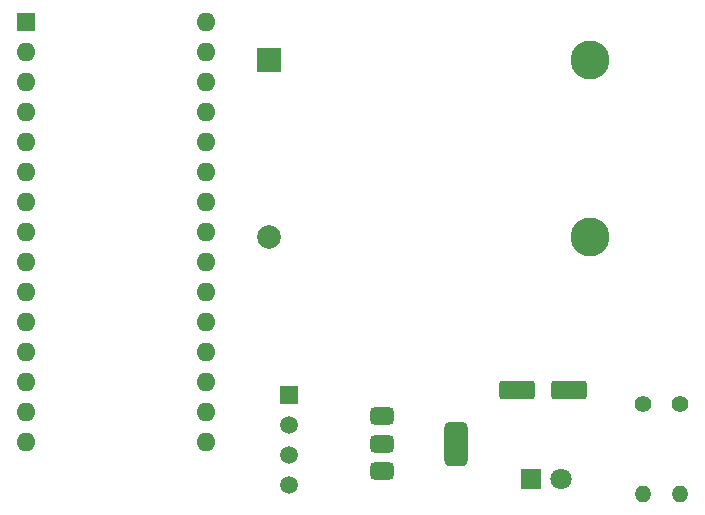
<source format=gbr>
%TF.GenerationSoftware,KiCad,Pcbnew,8.0.8*%
%TF.CreationDate,2025-02-19T23:23:06+00:00*%
%TF.ProjectId,ESP32-Project,45535033-322d-4507-926f-6a6563742e6b,rev?*%
%TF.SameCoordinates,Original*%
%TF.FileFunction,Soldermask,Top*%
%TF.FilePolarity,Negative*%
%FSLAX46Y46*%
G04 Gerber Fmt 4.6, Leading zero omitted, Abs format (unit mm)*
G04 Created by KiCad (PCBNEW 8.0.8) date 2025-02-19 23:23:06*
%MOMM*%
%LPD*%
G01*
G04 APERTURE LIST*
G04 Aperture macros list*
%AMRoundRect*
0 Rectangle with rounded corners*
0 $1 Rounding radius*
0 $2 $3 $4 $5 $6 $7 $8 $9 X,Y pos of 4 corners*
0 Add a 4 corners polygon primitive as box body*
4,1,4,$2,$3,$4,$5,$6,$7,$8,$9,$2,$3,0*
0 Add four circle primitives for the rounded corners*
1,1,$1+$1,$2,$3*
1,1,$1+$1,$4,$5*
1,1,$1+$1,$6,$7*
1,1,$1+$1,$8,$9*
0 Add four rect primitives between the rounded corners*
20,1,$1+$1,$2,$3,$4,$5,0*
20,1,$1+$1,$4,$5,$6,$7,0*
20,1,$1+$1,$6,$7,$8,$9,0*
20,1,$1+$1,$8,$9,$2,$3,0*%
G04 Aperture macros list end*
%ADD10RoundRect,0.375000X-0.625000X-0.375000X0.625000X-0.375000X0.625000X0.375000X-0.625000X0.375000X0*%
%ADD11RoundRect,0.500000X-0.500000X-1.400000X0.500000X-1.400000X0.500000X1.400000X-0.500000X1.400000X0*%
%ADD12R,1.500000X1.500000*%
%ADD13C,1.500000*%
%ADD14C,1.400000*%
%ADD15O,1.400000X1.400000*%
%ADD16R,1.800000X1.800000*%
%ADD17C,1.800000*%
%ADD18RoundRect,0.250000X-1.250000X-0.550000X1.250000X-0.550000X1.250000X0.550000X-1.250000X0.550000X0*%
%ADD19C,2.000000*%
%ADD20R,2.000000X2.000000*%
%ADD21C,3.300000*%
%ADD22R,1.600000X1.600000*%
%ADD23O,1.600000X1.600000*%
G04 APERTURE END LIST*
D10*
%TO.C,U2*%
X65350000Y-74700000D03*
X65350000Y-77000000D03*
D11*
X71650000Y-77000000D03*
D10*
X65350000Y-79300000D03*
%TD*%
D12*
%TO.C,U1*%
X57500000Y-72880000D03*
D13*
X57500000Y-75420000D03*
X57500000Y-77960000D03*
X57500000Y-80500000D03*
%TD*%
D14*
%TO.C,R2*%
X87500000Y-73690000D03*
D15*
X87500000Y-81310000D03*
%TD*%
D14*
%TO.C,R1*%
X90650000Y-73690000D03*
D15*
X90650000Y-81310000D03*
%TD*%
D16*
%TO.C,D1*%
X78000000Y-80000000D03*
D17*
X80540000Y-80000000D03*
%TD*%
D18*
%TO.C,C2*%
X76800000Y-72500000D03*
X81200000Y-72500000D03*
%TD*%
D19*
%TO.C,BT1*%
X55835000Y-59495000D03*
D20*
X55835000Y-44505000D03*
D21*
X83000000Y-59495000D03*
X83000000Y-44505000D03*
%TD*%
D22*
%TO.C,A1*%
X35260000Y-41300000D03*
D23*
X35260000Y-43840000D03*
X35260000Y-46380000D03*
X35260000Y-48920000D03*
X35260000Y-51460000D03*
X35260000Y-54000000D03*
X35260000Y-56540000D03*
X35260000Y-59080000D03*
X35260000Y-61620000D03*
X35260000Y-64160000D03*
X35260000Y-66700000D03*
X35260000Y-69240000D03*
X35260000Y-71780000D03*
X35260000Y-74320000D03*
X35260000Y-76860000D03*
X50500000Y-76860000D03*
X50500000Y-74320000D03*
X50500000Y-71780000D03*
X50500000Y-69240000D03*
X50500000Y-66700000D03*
X50500000Y-64160000D03*
X50500000Y-61620000D03*
X50500000Y-59080000D03*
X50500000Y-56540000D03*
X50500000Y-54000000D03*
X50500000Y-51460000D03*
X50500000Y-48920000D03*
X50500000Y-46380000D03*
X50500000Y-43840000D03*
X50500000Y-41300000D03*
%TD*%
M02*

</source>
